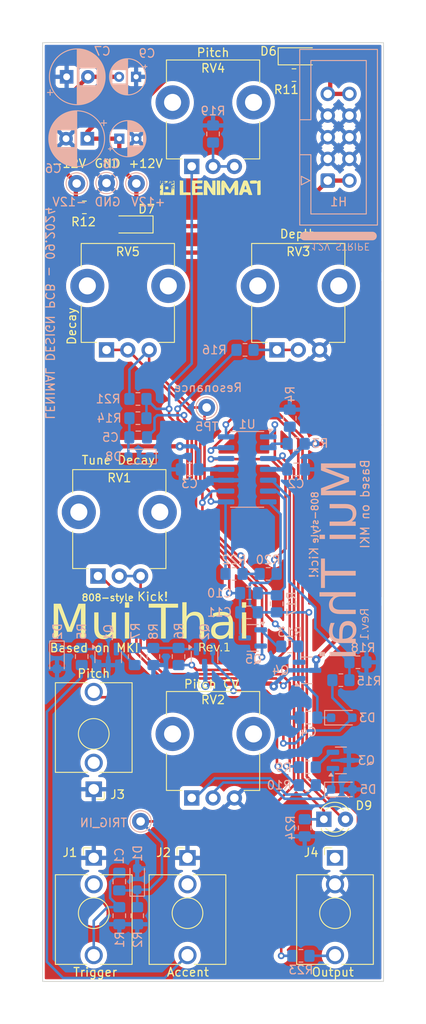
<source format=kicad_pcb>
(kicad_pcb (version 20240108) (generator "pcbnew") (generator_version "8.0")
  (layers (0 "F.Cu" signal) (31 "B.Cu" signal) (34 "B.Paste" user) (35 "F.Paste" user) (36 "B.SilkS" user "B.Silkscreen") (37 "F.SilkS" user "F.Silkscreen") (38 "B.Mask" user) (39 "F.Mask" user) (44 "Edge.Cuts" user))
  (net 0 "")
  (net 1 "+12V")
  (net 2 "GNDREF")
  (net 3 "-12V")
  (net 4 "Net-(D1-K)")
  (net 5 "Net-(D2-K)")
  (net 6 "Net-(C1-Pad1)")
  (net 7 "Net-(D3-K)")
  (net 8 "Net-(Q4-E)")
  (net 9 "Net-(D8-A)")
  (net 10 "Net-(U1D-+)")
  (net 11 "Net-(Q5-C)")
  (net 12 "Net-(D3-A)")
  (net 13 "Net-(D6-K)")
  (net 14 "Net-(D6-A)")
  (net 15 "Net-(D7-A)")
  (net 16 "Net-(D5-K)")
  (net 17 "Net-(D7-K)")
  (net 18 "Net-(D9-A)")
  (net 19 "Net-(D9-K)")
  (net 21 "Net-(J2-PadT)")
  (net 22 "Net-(J3-PadT)")
  (net 25 "Net-(J4-PadT)")
  (net 26 "Net-(Q1-E)")
  (net 27 "Net-(Q2-B)")
  (net 28 "Net-(Q3-E)")
  (net 29 "Net-(Q5-B)")
  (net 30 "Net-(Q5-E)")
  (net 31 "Net-(R6-Pad2)")
  (net 32 "Net-(R9-Pad2)")
  (net 33 "Net-(U1B-+)")
  (net 34 "Net-(R10-Pad1)")
  (net 35 "Net-(R16-Pad1)")
  (net 36 "Net-(R19-Pad2)")
  (net 37 "Net-(R21-Pad2)")
  (net 39 "Net-(U1C--)")
  (net 40 "Net-(U1A--)")
  (net 41 "Net-(U1B--)")
  (footprint "Synth:Jack_3.5mm_QingPu_WQP-PJ398SM_Vertical_CircularHoles" (layer "F.Cu") (at 84.31 152)
    (property "Reference" "J4")
    (property "Value" "OUTPUT")
  )
  (footprint "Diode_SMD:D_SOD-123" (layer "F.Cu") (at 60.6 71.3 180)
    (property "Reference" "D7")
    (property "Value" "1N5819")
  )
  (footprint "Synth:Potentiometer_TT_P0915N" (layer "F.Cu") (at 70 57)
    (property "Reference" "RV4")
    (property "Value" "B250K")
  )
  (footprint "Diode_SMD:D_SOD-123" (layer "F.Cu") (at 80 51.6)
    (property "Reference" "D6")
    (property "Value" "1N5819")
  )
  (footprint "Synth:Potentiometer_TT_P0915N" (layer "F.Cu") (at 59 105)
    (property "Reference" "RV1")
    (property "Value" "B100K")
  )
  (footprint "Synth:Jack_3.5mm_QingPu_WQP-PJ398SM_Vertical_CircularHoles" (layer "F.Cu") (at 56 152)
    (property "Reference" "J1")
    (property "Value" "INPUT")
  )
  (footprint "Synth:lenimal_logo_full" (layer "F.Cu") (at 69.75 67)
    (property "Reference" "G***" (hide yes))
    (property "Value" "LOGO" (hide yes))
  )
  (footprint "Synth:Jack_3.5mm_QingPu_WQP-PJ398SM_Vertical_CircularHoles" (layer "F.Cu") (at 56 131 180)
    (property "Reference" "J3")
    (property "Value" "INPUT")
  )
  (footprint "Synth:Potentiometer_TT_P0915N" (layer "F.Cu") (at 70 131)
    (property "Reference" "RV2")
    (property "Value" "B100K")
  )
  (footprint "Synth:Potentiometer_TT_P0915N" (layer "F.Cu") (at 80 78.5)
    (property "Reference" "RV3")
    (property "Value" "B10K")
  )
  (footprint "Synth:Jack_3.5mm_QingPu_WQP-PJ398SM_Vertical_CircularHoles" (layer "F.Cu") (at 67 152)
    (property "Reference" "J2")
    (property "Value" "INPUT")
  )
  (footprint "Resistor_SMD:R_0805_2012Metric_Pad1.20x1.40mm_HandSolder" (layer "F.Cu") (at 79.5 53.8 180)
    (property "Reference" "R11")
    (property "Value" "10R")
  )
  (footprint "Synth:LED_D3.0mm" (layer "F.Cu") (at 84.31 141)
    (property "Reference" "D9")
    (property "Value" "LED")
  )
  (footprint "Synth:Potentiometer_TT_P0915N" (layer "F.Cu") (at 60 78.5)
    (property "Reference" "RV5")
    (property "Value" "1M")
  )
  (footprint "Resistor_SMD:R_0805_2012Metric_Pad1.20x1.40mm_HandSolder" (layer "F.Cu") (at 54.9 69.3 180)
    (property "Reference" "R12")
    (property "Value" "10R")
  )
  (footprint "Capacitor_THT:CP_Radial_D4.0mm_P2.00mm" (layer "B.Cu") (at 59 61.25)
    (property "Reference" "C8")
    (property "Value" "0.1uF")
  )
  (footprint "Resistor_SMD:R_0805_2012Metric_Pad1.20x1.40mm_HandSolder" (layer "B.Cu") (at 76.4625 112.25 180)
    (property "Reference" "R20")
    (property "Value" "47K [1%]")
  )
  (footprint "Connector_Pin:Pin_D1.0mm_L10.0mm" (layer "B.Cu") (at 61 66.5 180)
    (property "Reference" "TP2" (hide yes))
    (property "Value" "+12V")
  )
  (footprint "Capacitor_THT:CP_Radial_D4.0mm_P2.00mm" (layer "B.Cu") (at 60.9726 54 180)
    (property "Reference" "C9")
    (property "Value" "0.1uF")
  )
  (footprint "Resistor_SMD:R_0805_2012Metric_Pad1.20x1.40mm_HandSolder" (layer "B.Cu") (at 77.4625 115.75 -90)
    (property "Reference" "R17")
    (property "Value" "1M")
  )
  (footprint "Resistor_SMD:R_0805_2012Metric_Pad1.20x1.40mm_HandSolder" (layer "B.Cu") (at 80.31 157)
    (property "Reference" "R23")
    (property "Value" "1K")
  )
  (footprint "Resistor_SMD:R_0805_2012Metric_Pad1.20x1.40mm_HandSolder" (layer "B.Cu") (at 79 120.75 180)
    (property "Reference" "R13")
    (property "Value" "100K")
  )
  (footprint "Resistor_SMD:R_0805_2012Metric_Pad1.20x1.40mm_HandSolder" (layer "B.Cu") (at 54.5875 121.93 -90)
    (property "Reference" "R5")
    (property "Value" "1K")
  )
  (footprint "Resistor_SMD:R_0805_2012Metric_Pad1.20x1.40mm_HandSolder" (layer "B.Cu") (at 87 122.6)
    (property "Reference" "R18")
    (property "Value" "14K")
  )
  (footprint "Diode_SMD:D_SOD-323_HandSoldering" (layer "B.Cu") (at 61.1 148 90)
    (property "Reference" "D1")
    (property "Value" "1N4148")
  )
  (footprint "Resistor_SMD:R_0805_2012Metric_Pad1.20x1.40mm_HandSolder" (layer "B.Cu") (at 72.4625 112.25 180)
    (property "Reference" "R22")
    (property "Value" "47K [1%]")
  )
  (footprint "Diode_SMD:D_SOD-323_HandSoldering" (layer "B.Cu") (at 51.6875 122.125 -90)
    (property "Reference" "D2")
    (property "Value" "1N4148")
  )
  (footprint "Capacitor_THT:CP_Radial_D6.3mm_P2.50mm" (layer "B.Cu") (at 55.25 61.25 180)
    (property "Reference" "C6")
    (property "Value" "47uF")
  )
  (footprint "Resistor_SMD:R_0805_2012Metric_Pad1.20x1.40mm_HandSolder" (layer "B.Cu") (at 80.75 142 -90)
    (property "Reference" "R24")
    (property "Value" "1K")
  )
  (footprint "Capacitor_SMD:C_0805_2012Metric_Pad1.18x1.45mm_HandSolder" (layer "B.Cu") (at 79.75 100)
    (property "Reference" "C2")
    (property "Value" "0.1uF")
  )
  (footprint "Connector_Pin:Pin_D1.0mm_L10.0mm" (layer "B.Cu") (at 61.5 141.25 180)
    (property "Reference" "TP1" (hide yes))
    (property "Value" "TRIG_IN")
  )
  (footprint "Capacitor_SMD:C_0805_2012Metric_Pad1.18x1.45mm_HandSolder" (layer "B.Cu") (at 81.2 129.085)
    (property "Reference" "C4")
    (property "Value" "220nF")
  )
  (footprint "Capacitor_SMD:C_0805_2012Metric_Pad1.18x1.45mm_HandSolder" (layer "B.Cu") (at 61.2125 96.25 180)
    (property "Reference" "C5")
    (property "Value" "5.6F")
  )
  (footprint "Resistor_SMD:R_0805_2012Metric_Pad1.20x1.40mm_HandSolder" (layer "B.Cu") (at 73.75 86 180)
    (property "Reference" "R16")
    (property "Value" "2K")
  )
  (footprint "Capacitor_SMD:C_0805_2012Metric_Pad1.18x1.45mm_HandSolder" (layer "B.Cu") (at 74.2125 116.75)
    (property "Reference" "C11")
    (property "Value" "33nF")
  )
  (footprint "Capacitor_SMD:C_0805_2012Metric_Pad1.18x1.45mm_HandSolder" (layer "B.Cu") (at 59 148.3 -90)
    (property "Reference" "C1")
    (property "Value" "10nF")
  )
  (footprint "Resistor_SMD:R_0805_2012Metric_Pad1.20x1.40mm_HandSolder" (layer "B.Cu") (at 81.0625 137 180)
    (property "Reference" "R10")
    (property "Value" "1K")
  )
  (footprint "Package_TO_SOT_SMD:SOT-23" (layer "B.Cu") (at 69 122 -90)
    (property "Reference" "Q2")
    (property "Value" "BC848")
  )
  (footprint "Resistor_SMD:R_0805_2012Metric_Pad1.20x1.40mm_HandSolder" (layer "B.Cu") (at 79.75 97)
    (property "Reference" "R3")
    (property "Value" "100K")
  )
  (footprint "Connector_Pin:Pin_D1.0mm_L10.0mm" (layer "B.Cu") (at 69.25 92.75 180)
    (property "Reference" "TP5")
    (property "Value" "RES")
  )
  (footprint "Diode_SMD:D_SOD-323_HandSoldering" (layer "B.Cu") (at 61.315 98.5 180)
    (property "Reference" "D8")
    (property "Value" "1N4148")
  )
  (footprint "Resistor_SMD:R_0805_2012Metric_Pad1.20x1.40mm_HandSolder" (layer "B.Cu") (at 79 94 -90)
    (property "Reference" "R4")
    (property "Value" "33K")
  )
  (footprint "Capacitor_SMD:C_0805_2012Metric_Pad1.18x1.45mm_HandSolder" (layer "B.Cu") (at 67.25 100)
    (property "Reference" "C3")
    (property "Value" "0.1uF")
  )
  (footprint "Resistor_SMD:R_0805_2012Metric_Pad1.20x1.40mm_HandSolder" (layer "B.Cu") (at 61.1825 94)
    (property "Reference" "R14")
    (property "Value" "1M")
  )
  (footprint "Connector_Pin:Pin_D1.0mm_L10.0mm" (layer "B.Cu") (at 57.5 66.45 180)
    (property "Reference" "TP3" (hide yes))
    (property "Value" "GND")
  )
  (footprint "Resistor_SMD:R_0805_2012Metric_Pad1.20x1.40mm_HandSolder" (layer "B.Cu") (at 85 124.7 180)
    (property "Reference" "R15")
    (property "Value" "100K")
  )
  (footprint "Package_TO_SOT_SMD:SOT-23" (layer "B.Cu") (at 57.7 122 -90)
    (property "Reference" "Q1")
    (property "Value" "BC858")
  )
  (footprint "Resistor_SMD:R_0805_2012Metric_Pad1.20x1.40mm_HandSolder" (layer "B.Cu") (at 63 121.93 90)
    (property "Reference" "R8")
    (property "Value" "120K")
  )
  (footprint "Connector_Pin:Pin_D1.0mm_L10.0mm" (layer "B.Cu") (at 54 66.5 180)
    (property "Reference" "TP4" (hide yes))
    (property "Value" "-12V")
  )
  (footprint "Capacitor_THT:CP_Radial_D6.3mm_P2.50mm" (layer "B.Cu") (at 52.817621 54)
    (property "Reference" "C7")
    (property "Value" "47uF")
  )
  (footprint "Resistor_SMD:R_0805_2012Metric_Pad1.20x1.40mm_HandSolder" (layer "B.Cu") (at 61.1 152.3 -90)
    (property "Reference" "R2")
    (property "Value" "39K")
  )
  (footprint "Package_TO_SOT_SMD:SOT-23" (layer "B.Cu") (at 85 134.1)
    (property "Reference" "Q3")
    (property "Value" "BC858")
  )
  (footprint "Package_TO_SOT_SMD:SOT-23" (layer "B.Cu") (at 81.025 123.55)
    (property "Reference" "Q4")
    (property "Value" "BC848")
  )
  (footprint "Resistor_SMD:R_0805_2012Metric_Pad1.20x1.40mm_HandSolder" (layer "B.Cu") (at 70 60.7 -90)
    (property "Reference" "R19")
    (property "Value" "10K")
  )
  (footprint "Capacitor_SMD:C_0805_2012Metric_Pad1.18x1.45mm_HandSolder" (layer "B.Cu") (at 74.2125 114.5 180)
    (property "Reference" "C10")
    (property "Value" "33nF")
  )
  (footprint "Resistor_SMD:R_0805_2012Metric_Pad1.20x1.40mm_HandSolder" (layer "B.Cu") (at 61.1825 91.75 180)
    (property "Reference" "R21")
    (property "Value" "470K")
  )
  (footprint "Diode_SMD:D_SOD-323_HandSoldering" (layer "B.Cu") (at 85.1 137.5)
    (property "Reference" "D5")
    (property "Value" "1N4148")
  )
  (footprint "Diode_SMD:D_SOD-323_HandSoldering" (layer "B.Cu") (at 85.1 129.1)
    (property "Reference" "D3")
    (property "Value" "1N4148")
  )
  (footprint "Resistor_SMD:R_0805_2012Metric_Pad1.20x1.40mm_HandSolder" (layer "B.Cu") (at 59 152.3 -90)
    (property "Reference" "R1")
    (property "Value" "100K")
  )
  (footprint "Package_SO:SO-14_3.9x8.65mm_P1.27mm" (layer "B.Cu") (at 74 100 180)
    (property "Reference" "U1")
    (property "Value" "TL074")
  )
  (footprint "Resistor_SMD:R_0805_2012Metric_Pad1.20x1.40mm_HandSolder" (layer "B.Cu") (at 65.95 121.93 -90)
    (property "Reference" "R6")
    (property "Value" "100K")
  )
  (footprint "Synth:IDC-Header_2x05_P2.54mm_Vertical" (layer "B.Cu") (at 83.46 66.16)
    (property "Reference" "H1")
    (property "Value" "Conn_02x05_PWR_Eurorack")
  )
  (footprint "Resistor_SMD:R_0805_2012Metric_Pad1.20x1.40mm_HandSolder" (layer "B.Cu") (at 60.8 121.93 -90)
    (property "Reference" "R7")
    (property "Value" "22K")
  )
  (footprint "Resistor_SMD:R_0805_2012Metric_Pad1.20x1.40mm_HandSolder" (layer "B.Cu") (at 81.0625 134.9 180)
    (property "Reference" "R9")
    (property "Value" "10K")
  )
  (footprint "Package_TO_SOT_SMD:SOT-23" (layer "B.Cu") (at 74.65 119.75 180)
    (property "Reference" "Q5")
    (property "Value" "BC848")
  )
  (gr_rect (start 50 50) (end 90 160) (stroke (width 0.1)) (fill none) (layer "Edge.Cuts"))
  (gr_text "Kick!" (at 82.420978 109 90) (layer "B.SilkS") (effects (font (size 1 1)) (justify left bottom mirror)))
  (gr_text "GND" (at 59.25 69.25 -0) (layer "B.SilkS") (effects (font (size 1 1)) (justify left bottom mirror)))
  (gr_text "Mui Thai" (at 87.420978 98.75 90) (layer "B.SilkS") (effects (font (size 4 4)) (justify left bottom mirror)))
  (gr_text "Based on MKI" (at 88.420978 98.75 90) (layer "B.SilkS") (effects (font (size 1 1)) (justify left bottom mirror)))
  (gr_text "LENIMAL DESIGN PCB - 09.2024" (at 50.25 94.25 270) (layer "B.SilkS") (effects (font (size 1 1)) (justify left bottom mirror)))
  (gr_text "-12V" (at 55.25 69.25 -0) (layer "B.SilkS") (effects (font (size 1 1)) (justify left bottom mirror)))
  (gr_text "Rev.1" (at 88.420978 116.25 90) (layer "B.SilkS") (effects (font (size 1 1)) (justify left bottom mirror)))
  (gr_text "808-style" (at 82.420978 102.5 90) (layer "B.SilkS") (effects (font (size 0.8 0.8)) (justify left bottom mirror)))
  (gr_text "+12V" (at 64.5 69.25 -0) (layer "B.SilkS") (effects (font (size 1 1)) (justify left bottom mirror)))
  (gr_text "Resonance" (at 73.5 91 -0) (layer "B.SilkS") (effects (font (size 1 1)) (justify left bottom mirror)))
  (gr_text "TRIG_IN" (at 60 142 0) (layer "B.SilkS") (effects (font (size 1 1)) (justify left bottom mirror)))
  (gr_text "Pitch" (at 68 51.75 0) (layer "F.SilkS") (effects (font (size 1 1)) (justify left bottom)))
  (gr_text "Decay" (at 54 85.5 90) (layer "F.SilkS") (effects (font (size 1 1)) (justify left bottom)))
  (gr_text "Based on MKI" (at 50.75 121.5 -0) (layer "F.SilkS") (effects (font (size 1 1)) (justify left bottom)))
  (gr_text "Accent" (at 64.5 159.5 0) (layer "F.SilkS") (effects (font (size 1 1)) (justify left bottom)))
  (gr_text "Depth" (at 77.75 73 0) (layer "F.SilkS") (effects (font (size 1 1)) (justify left bottom)))
  (gr_text "Pitch " (at 54 124.5 0) (layer "F.SilkS") (effects (font (size 1 1)) (justify left bottom)))
  (gr_text "Trigger" (at 53.5 159.5 0) (layer "F.SilkS") (effects (font (size 1 1)) (justify left bottom)))
  (gr_text "GND" (at 56 64.75 0) (layer "F.SilkS") (effects (font (size 1 1)) (justify left bottom)))
  (gr_text "-12V" (at 51 64.75 0) (layer "F.SilkS") (effects (font (size 1 1)) (justify left bottom)))
  (gr_text "Tune Decay" (at 54.5 99.5 0) (layer "F.SilkS") (effects (font (size 1 1)) (justify left bottom)))
  (gr_text "808-style" (at 54.5 115.5 -0) (layer "F.SilkS") (effects (font (size 0.8 0.8)) (justify left bottom)))
  (gr_text "+12V" (at 60 64.75 0) (layer "F.SilkS") (effects (font (size 1 1)) (justify left bottom)))
  (gr_text "Kick!" (at 61 115.5 -0) (layer "F.SilkS") (effects (font (size 1 1)) (justify left bottom)))
  (gr_text "Mui Thai" (at 50.75 120.5 -0) (layer "F.SilkS") (effects (font (size 4 4)) (justify left bottom)))
  (gr_text "Output" (at 81.5 159.5 0) (layer "F.SilkS") (effects (font (size 1 1)) (justify left bottom)))
  (gr_text "Pitch CV" (at 66.5 125.75 0) (layer "F.SilkS") (effects (font (size 1 1)) (justify left bottom)))
  (gr_text "Rev.1" (at 68.25 121.5 -0) (layer "F.SilkS") (effects (font (size 1 1)) (justify left bottom)))
  (segment (start 55.25 60.45) (end 55.25 61.25) (width 0.5) (layer "F.Cu") (net 1))
  (segment (start 89.5 78) (end 89.5 94.8) (width 0.5) (layer "F.Cu") (net 1))
  (segment (start 89.5 94.8) (end 87.3 97) (width 0.5) (layer "F.Cu") (net 1))
  (segment (start 61 66.5) (end 61 71.610828) (width 0.5) (layer "F.Cu") (net 1))
  (segment (start 69.35 125.1) (end 69.1 125.35) (width 0.5) (layer "F.Cu") (net 1))
  (segment (start 89.5 114.9) (end 82.1 122.3) (width 0.5) (layer "F.Cu") (net 1))
  (segment (start 77.121381 125.43146) (end 76.789921 125.1) (width 0.5) (layer "F.Cu") (net 1))
  (segment (start 59 61.25) (end 59 64.5) (width 0.5) (layer "F.Cu") (net 1))
  (segment (start 59.885176 58.9) (end 56.8 58.9) (width 0.5) (layer "F.Cu") (net 1))
  (segment (start 59 64.5) (end 61 66.5) (width 0.5) (layer "F.Cu") (net 1))
  (segment (start 76.789921 125.1) (end 69.35 125.1) (width 0.5) (layer "F.Cu") (net 1))
  (segment (start 61 71.610828) (end 63.989172 74.6) (width 0.5) (layer "F.Cu") (net 1))
  (segment (start 63.989172 74.6) (end 86.1 74.6) (width 0.5) (layer "F.Cu") (net 1))
  (segment (start 56.8 58.9) (end 55.25 60.45) (width 0.5) (layer "F.Cu") (net 1))
  (segment (start 87.3 97) (end 82 97) (width 0.5) (layer "F.Cu") (net 1))
  (segment (start 86.1 74.6) (end 89.5 78) (width 0.5) (layer "F.Cu") (net 1))
  (segment (start 64.985176 53.8) (end 59.885176 58.9) (width 0.5) (layer "F.Cu") (net 1))
  (segment (start 55.25 61.25) (end 59 61.25) (width 0.5) (layer "F.Cu") (net 1))
  (segment (start 89.5 94.8) (end 89.5 114.9) (width 0.5) (layer "F.Cu") (net 1))
  (segment (start 78.5 53.8) (end 64.985176 53.8) (width 0.5) (layer "F.Cu") (net 1))
  (via (at 82 97) (size 1) (drill 0.4) (layers "F.Cu" "B.Cu") (net 1))
  (via (at 77.121381 125.43146) (size 1) (drill 0.4) (layers "F.Cu" "B.Cu") (net 1))
  (via (at 82.1 122.3) (size 1) (drill 0.4) (layers "F.Cu" "B.Cu") (net 1))
  (via (at 69.1 125.35) (size 1) (drill 0.4) (layers "F.Cu" "B.Cu") (net 1))
  (segment (start 82.1 123.4125) (end 81.9625 123.55) (width 0.5) (layer "B.Cu") (net 1))
  (segment (start 69.1 123.0375) (end 69 122.9375) (width 0.5) (layer "B.Cu") (net 1))
  (segment (start 81.9625 123.55) (end 78.855914 123.55) (width 0.5) (layer "B.Cu") (net 1))
  (segment (start 78.7125 99.0375) (end 78.7125 100) (width 0.5) (layer "B.Cu") (net 1))
  (segment (start 80.75 97) (end 78.7125 99.0375) (width 0.5) (layer "B.Cu") (net 1))
  (segment (start 77.2 125.352841) (end 77.121381 125.43146) (width 0.5) (layer "B.Cu") (net 1))
  (segment (start 76.475 100) (end 78.7125 100) (width 0.5) (layer "B.Cu") (net 1))
  (segment (start 77.2 125.205914) (end 77.2 125.352841) (width 0.5) (layer "B.Cu") (net 1))
  (segment (start 82.1 122.3) (end 82.1 123.4125) (width 0.5) (layer "B.Cu") (net 1))
  (segment (start 78.855914 123.55) (end 77.2 125.205914) (width 0.5) (layer "B.Cu") (net 1))
  (segment (start 82 97) (end 80.75 97) (width 0.5) (layer "B.Cu") (net 1))
  (segment (start 69.1 125.35) (end 69.1 123.0375) (width 0.5) (layer "B.Cu") (net 1))
  (segment (start 50.6 72.6) (end 53.9 69.3) (width 0.5) (layer "F.Cu") (net 3))
  (segment (start 66.1 97.3) (end 53.9 97.3) (width 0.5) (layer "F.Cu") (net 3))
  (segment (start 50.6 94) (end 50.6 72.6) (width 0.5) (layer "F.Cu") (net 3))
  (segment (start 51 63.5) (end 51 58.317621) (width 0.5) (layer "F.Cu") (net 3))
  (segment (start 53.9 66.6) (end 54 66.5) (width 0.5) (layer "F.Cu") (net 3))
  (segment (start 54 66.5) (end 51 63.5) (width 0.5) (layer "F.Cu") (net 3))
  (segment (start 53.9 97.3) (end 50.6 94) (width 0.5) (layer "F.Cu") (net 3))
  (segment (start 53.9 69.3) (end 53.9 66.6) (width 0.5) (layer "F.Cu") (net 3))
  (segment (start 51 58.317621) (end 55.317621 54) (width 0.5) (layer "F.Cu") (net 3))
  (segment (start 55.317621 54) (end 58.9726 54) (width 0.5) (layer "F.Cu") (net 3))
  (via (at 66.1 97.3) (size 1) (drill 0.4) (layers "F.Cu" "B.Cu") (net 3))
  (segment (start 68.2875 97.7875) (end 68.2875 100) (width 0.5) (layer "B.Cu") (net 3))
  (segment (start 68.2875 100) (end 71.525 100) (width 0.5) (layer "B.Cu") (net 3))
  (segment (start 66.1 97.3) (end 67.8 97.3) (width 0.5) (layer "B.Cu") (net 3))
  (segment (start 67.8 97.3) (end 68.2875 97.7875) (width 0.5) (layer "B.Cu") (net 3))
  (segment (start 79.5 137) (end 75.25 141.25) (width 0.3) (layer "F.Cu") (net 4))
  (segment (start 78.148959 98.398959) (end 78.148959 98.666726) (width 0.3) (layer "F.Cu") (net 4))
  (segment (start 75.25 141.25) (end 61.5 141.25) (width 0.3) (layer "F.Cu") (net 4))
  (segment (start 78.148959 98.666726) (end 79.5 100.017767) (width 0.3) (layer "F.Cu") (net 4))
  (segment (start 79.5 100.017767) (end 79.5 137) (width 0.3) (layer "F.Cu") (net 4))
  (via (at 78.148959 98.398959) (size 0.8) (drill 0.4) (layers "F.Cu" "B.Cu") (net 4))
  (segment (start 64 143.75) (end 64 147.75) (width 0.3) (layer "B.Cu") (net 4))
  (segment (start 61.0125 149.3375) (end 61.1 149.25) (width 0.3) (layer "B.Cu") (net 4))
  (segment (start 59 149.3375) (end 61.0125 149.3375) (width 0.3) (layer "B.Cu") (net 4))
  (segment (start 61.1 151.3) (end 61.1 149.25) (width 0.3) (layer "B.Cu") (net 4))
  (segment (start 77.817918 98.73) (end 78.148959 98.398959) (width 0.3) (layer "B.Cu") (net 4))
  (segment (start 76.475 98.73) (end 77.817918 98.73) (width 0.3) (layer "B.Cu") (net 4))
  (segment (start 61.5 141.25) (end 64 143.75) (width 0.3) (layer "B.Cu") (net 4))
  (segment (start 64 147.75) (end 62.5 149.25) (width 0.3) (layer "B.Cu") (net 4))
  (segment (start 62.5 149.25) (end 61.1 149.25) (width 0.3) (layer "B.Cu") (net 4))
  (segment (start 56.75 121.0625) (end 54.72 121.0625) (width 0.3) (layer "B.Cu") (net 5))
  (segment (start 51.7425 120.93) (end 51.6875 120.875) (width 0.3) (layer "B.Cu") (net 5))
  (segment (start 54.5875 120.93) (end 51.7425 120.93) (width 0.3) (layer "B.Cu") (net 5))
  (segment (start 54.72 121.0625) (end 54.5875 120.93) (width 0.3) (layer "B.Cu") (net 5))
  (segment (start 56 152.9) (end 56 156.92) (width 0.3) (layer "B.Cu") (net 6))
  (segment (start 57.6 151.3) (end 56 152.9) (width 0.3) (layer "B.Cu") (net 6))
  (segment (start 59 151.3) (end 57.6 151.3) (width 0.3) (layer "B.Cu") (net 6))
  (segment (start 57.925 148.3375) (end 57.925 150.225) (width 0.3) (layer "B.Cu") (net 6))
  (segment (start 59 147.2625) (end 57.925 148.3375) (width 0.3) (layer "B.Cu") (net 6))
  (segment (start 57.925 150.225) (end 59 151.3) (width 0.3) (layer "B.Cu") (net 6))
  (segment (start 61 121.5) (end 61 116.7) (width 0.3) (layer "F.Cu") (net 7))
  (segment (start 77.392004 124.5) (end 64 124.5) (width 0.3) (layer "F.Cu") (net 7))
  (segment (start 78.25 125.357996) (end 77.392004 124.5) (width 0.3) (layer "F.Cu") (net 7))
  (segment (start 61 116.7) (end 56.8 112.5) (width 0.3) (layer "F.Cu") (net 7))
  (segment (start 64 124.5) (end 61 121.5) (width 0.3) (layer "F.Cu") (net 7))
  (segment (start 56.8 112.5) (end 56.5 112.5) (width 0.3) (layer "F.Cu") (net 7))
  (via (at 78.25 125.357996) (size 0.8) (drill 0.4) (layers "F.Cu" "B.Cu") (net 7))
  (segment (start 79.107996 124.5) (end 80.0875 124.5) (width 0.3) (layer "B.Cu") (net 7))
  (segment (start 82.2525 129.1) (end 82.2375 129.085) (width 0.3) (layer "B.Cu") (net 7))
  (segment (start 78.25 125.357996) (end 79.107996 124.5) (width 0.3) (layer "B.Cu") (net 7))
  (segment (start 80.0875 124.5) (end 82.2375 126.65) (width 0.3) (layer "B.Cu") (net 7))
  (segment (start 82.2375 126.65) (end 82.2375 129.085) (width 0.3) (layer "B.Cu") (net 7))
  (segment (start 83.85 129.1) (end 82.2525 129.1) (width 0.3) (layer "B.Cu") (net 7))
  (segment (start 68 105.926598) (end 68 95.542894) (width 0.3) (layer "F.Cu") (net 8))
  (segment (start 66.594669 94.137563) (end 66.594669 93.655331) (width 0.3) (layer "F.Cu") (net 8))
  (segment (start 76.25 117.05) (end 76.25 114.176598) (width 0.3) (layer "F.Cu") (net 8))
  (segment (start 76.25 114.176598) (end 68 105.926598) (width 0.3) (layer "F.Cu") (net 8))
  (segment (start 77.3 118.1) (end 76.25 117.05) (width 0.3) (layer "F.Cu") (net 8))
  (segment (start 68 95.542894) (end 66.594669 94.137563) (width 0.3) (layer "F.Cu") (net 8))
  (via (at 77.3 118.1) (size 0.8) (drill 0.4) (layers "F.Cu" "B.Cu") (net 8))
  (via (at 66.594669 93.655331) (size 0.8) (drill 0.4) (layers "F.Cu" "B.Cu") (net 8))
  (segment (start 63.1325 95.3675) (end 62.25 96.25) (width 0.3) (layer "B.Cu") (net 8))
  (segment (start 63.444669 93.655331) (end 63.1325 93.9675) (width 0.3) (layer "B.Cu") (net 8))
  (segment (start 77.3 118.1) (end 77.35 118.1) (width 0.3) (layer "B.Cu") (net 8))
  (segment (start 66.594669 93.655331) (end 63.444669 93.655331) (width 0.3) (layer "B.Cu") (net 8))
  (segment (start 63.1325 93.9675) (end 63.1325 95.3675) (width 0.3) (layer "B.Cu") (net 8))
  (segment (start 80.0875 122.6) (end 80.0875 120.8375) (width 0.3) (layer "B.Cu") (net 8))
  (segment (start 77.35 118.1) (end 80 120.75) (width 0.3) (layer "B.Cu") (net 8))
  (segment (start 80.0875 120.8375) (end 80 120.75) (width 0.3) (layer "B.Cu") (net 8))
  (segment (start 60.065 98.5) (end 60.065 96.36) (width 0.3) (layer "B.Cu") (net 9))
  (segment (start 60.065 96.36) (end 60.175 96.25) (width 0.3) (layer "B.Cu") (net 9))
  (segment (start 60.175 94.0075) (end 60.1825 94) (width 0.3) (layer "B.Cu") (net 9))
  (segment (start 60.175 96.25) (end 60.175 94.0075) (width 0.3) (layer "B.Cu") (net 9))
  (segment (start 81 135.992894) (end 81 117) (width 0.3) (layer "F.Cu") (net 10))
  (segment (start 78 157) (end 78 155.973022) (width 0.3) (layer "F.Cu") (net 10))
  (segment (start 83.607106 138.6) (end 81 135.992894) (width 0.3) (layer "F.Cu") (net 10))
  (segment (start 78.5 100.517767) (end 78.5 109.3) (width 0.3) (layer "F.Cu") (net 10))
  (segment (start 78.5 109.3) (end 77.2 110.6) (width 0.3) (layer "F.Cu") (net 10))
  (segment (start 85.2 138.6) (end 83.607106 138.6) (width 0.3) (layer "F.Cu") (net 10))
  (segment (start 76.782233 98.8) (end 78.5 100.517767) (width 0.3) (layer "F.Cu") (net 10))
  (segment (start 87 153.5) (end 87 140.4) (width 0.3) (layer "F.Cu") (net 10))
  (segment (start 78 155.973022) (end 78.973022 155) (width 0.3) (layer "F.Cu") (net 10))
  (segment (start 85.5 155) (end 87 153.5) (width 0.3) (layer "F.Cu") (net 10))
  (segment (start 78.973022 155) (end 85.5 155) (width 0.3) (layer "F.Cu") (net 10))
  (segment (start 87 140.4) (end 85.2 138.6) (width 0.3) (layer "F.Cu") (net 10))
  (segment (start 69.75 98.8) (end 76.782233 98.8) (width 0.3) (layer "F.Cu") (net 10))
  (segment (start 81 117) (end 81.25 116.75) (width 0.3) (layer "F.Cu") (net 10))
  (via (at 81.25 116.75) (size 0.8) (drill 0.4) (layers "F.Cu" "B.Cu") (net 10))
  (via (at 78 157) (size 0.8) (drill 0.4) (layers "F.Cu" "B.Cu") (net 10))
  (via (at 77.2 110.6) (size 0.8) (drill 0.4) (layers "F.Cu" "B.Cu") (net 10))
  (via (at 69.75 98.8) (size 0.8) (drill 0.4) (layers "F.Cu" "B.Cu") (net 10))
  (segment (start 74.45 113.3) (end 76.4125 113.3) (width 0.3) (layer "B.Cu") (net 10))
  (segment (start 77.4625 116.75) (end 81.25 116.75) (width 0.3) (layer "B.Cu") (net 10))
  (segment (start 76.4125 113.3) (end 77.4625 112.25) (width 0.3) (layer "B.Cu") (net 10))
  (segment (start 77.9125 105.2475) (end 76.475 103.81) (width 0.3) (layer "B.Cu") (net 10))
  (segment (start 74.3125 113.4375) (end 74.45 113.3) (width 0.3) (layer "B.Cu") (net 10))
  (segment (start 77.9125 111.8) (end 77.9125 105.2475) (width 0.3) (layer "B.Cu") (net 10))
  (segment (start 69.82 98.73) (end 71.525 98.73) (width 0.3) (layer "B.Cu") (net 10))
  (segment (start 75.25 116.75) (end 74.3125 115.8125) (width 0.3) (layer "B.Cu") (net 10))
  (segment (start 78 157) (end 79.31 157) (width 0.3) (layer "B.Cu") (net 10))
  (segment (start 77.2 110.6) (end 77.2 111.9875) (width 0.3) (layer "B.Cu") (net 10))
  (segment (start 77.2 111.9875) (end 77.4625 112.25) (width 0.3) (layer "B.Cu") (net 10))
  (segment (start 77.4625 112.25) (end 77.9125 111.8) (width 0.3) (layer "B.Cu") (net 10))
  (segment (start 69.75 98.8) (end 69.82 98.73) (width 0.3) (layer "B.Cu") (net 10))
  (segment (start 77.4625 116.75) (end 75.25 116.75) (width 0.3) (layer "B.Cu") (net 10))
  (segment (start 74.3125 115.8125) (end 74.3125 113.4375) (width 0.3) (layer "B.Cu") (net 10))
  (segment (start 64.844666 93.801772) (end 67 95.957106) (width 0.3) (layer "F.Cu") (net 11))
  (segment (start 67.292894 106.633705) (end 71.9 111.240811) (width 0.3) (layer "F.Cu") (net 11))
  (segment (start 67.292893 106.633705) (end 67.292894 106.633705) (width 0.3) (layer "F.Cu") (net 11))
  (segment (start 67 106.340812) (end 67.292893 106.633705) (width 0.3) (layer "F.Cu") (net 11))
  (segment (start 71.9 111.240811) (end 71.9 114.5) (width 0.3) (layer "F.Cu") (net 11))
  (segment (start 64.844666 92.905331) (end 64.844666 93.801772) (width 0.3) (layer "F.Cu") (net 11))
  (segment (start 67 95.957106) (end 67 106.340812) (width 0.3) (layer "F.Cu") (net 11))
  (via (at 64.844666 92.905331) (size 0.8) (drill 0.4) (layers "F.Cu" "B.Cu") (net 11))
  (via (at 71.9 114.5) (size 0.8) (drill 0.4) (layers "F.Cu" "B.Cu") (net 11))
  (segment (start 73.175 119.2125) (end 73.175 116.75) (width 0.3) (layer "B.Cu") (net 11))
  (segment (start 73.175 116.75) (end 73.175 114.5) (width 0.3) (layer "B.Cu") (net 11))
  (segment (start 63.337831 92.905331) (end 62.1825 91.75) (width 0.3) (layer "B.Cu") (net 11))
  (segment (start 64.844666 92.905331) (end 64.844666 90.255334) (width 0.3) (layer "B.Cu") (net 11))
  (segment (start 73.7125 119.75) (end 73.175 119.2125) (width 0.3) (layer "B.Cu") (net 11))
  (segment (start 67.5 87.6) (end 67.5 64.5) (width 0.3) (layer "B.Cu") (net 11))
  (segment (start 64.844666 90.255334) (end 67.5 87.6) (width 0.3) (layer "B.Cu") (net 11))
  (segment (start 73.175 114.5) (end 71.9 114.5) (width 0.3) (layer "B.Cu") (net 11))
  (segment (start 64.844666 92.905331) (end 63.337831 92.905331) (width 0.3) (layer "B.Cu") (net 11))
  (segment (start 62.1825 91.75) (end 62.1825 94) (width 0.3) (layer "B.Cu") (net 11))
  (segment (start 78.25 132.1) (end 78.25 127.95) (width 0.3) (layer "F.Cu") (net 12))
  (segment (start 76.25 125.95) (end 72.4 125.95) (width 0.3) (layer "F.Cu") (net 12))
  (segment (start 78.25 127.95) (end 76.25 125.95) (width 0.3) (layer "F.Cu") (net 12))
  (via (at 72.4 125.95) (size 0.8) (drill 0.4) (layers "F.Cu" "B.Cu") (net 12))
  (via (at 78.25 132.1) (size 0.8) (drill 0.4) (layers "F.Cu" "B.Cu") (net 12))
  (segment (start 69.95 122.55) (end 69.95 121.0625) (width 0.3) (layer "B.Cu") (net 12))
  (segment (start 84 126.75) (end 86.35 129.1) (width 0.3) (layer "B.Cu") (net 12))
  (segment (start 81.15 130.6) (end 84.85 130.6) (width 0.3) (layer "B.Cu") (net 12))
  (segment (start 79.65 132.1) (end 81.15 130.6) (width 0.3) (layer "B.Cu") (net 12))
  (segment (start 84.85 130.6) (end 86.35 129.1) (width 0.3) (layer "B.Cu") (net 12))
  (segment (start 78.25 132.1) (end 79.65 132.1) (width 0.3) (layer "B.Cu") (net 12))
  (segment (start 84 124.7) (end 84 126.75) (width 0.3) (layer "B.Cu") (net 12))
  (segment (start 72.4 125.95) (end 72.4 125) (width 0.3) (layer "B.Cu") (net 12))
  (segment (start 72.4 125) (end 69.95 122.55) (width 0.3) (layer "B.Cu") (net 12))
  (segment (start 78.35 51.65) (end 80.5 53.8) (width 0.5) (layer "F.Cu") (net 13))
  (segment (start 78.35 51.6) (end 78.35 51.65) (width 0.5) (layer "F.Cu") (net 13))
  (segment (start 83.75 55.71) (end 83.46 56) (width 0.5) (layer "F.Cu") (net 14))
  (segment (start 83.46 56) (end 86 56) (width 0.5) (layer "F.Cu") (net 14))
  (segment (start 81.65 51.6) (end 83.75 53.7) (width 0.5) (layer "F.Cu") (net 14))
  (segment (start 83.75 53.7) (end 83.75 55.71) (width 0.5) (layer "F.Cu") (net 14))
  (segment (start 56.95 69.3) (end 58.95 71.3) (width 0.5) (layer "F.Cu") (net 15))
  (segment (start 55.9 69.3) (end 56.95 69.3) (width 0.5) (layer "F.Cu") (net 15))
  (segment (start 71.2 136.7) (end 76.492894 136.7) (width 0.3) (layer "B.Cu") (net 16))
  (segment (start 82.75 138.6) (end 83.85 137.5) (width 0.3) (layer "B.Cu") (net 16))
  (segment (start 70 137.9) (end 71.2 136.7) (width 0.3) (layer "B.Cu") (net 16))
  (segment (start 84.0625 137.2875) (end 83.85 137.5) (width 0.3) (layer "B.Cu") (net 16))
  (segment (start 84.0625 135.05) (end 84.0625 137.2875) (width 0.3) (layer "B.Cu") (net 16))
  (segment (start 70 138.5) (end 70 137.9) (width 0.3) (layer "B.Cu") (net 16))
  (segment (start 78.392894 138.6) (end 82.75 138.6) (width 0.3) (layer "B.Cu") (net 16))
  (segment (start 76.492894 136.7) (end 78.392894 138.6) (width 0.3) (layer "B.Cu") (net 16))
  (segment (start 62.25 71.3) (end 62.45 71.5) (width 0.5) (layer "F.Cu") (net 17))
  (segment (start 83.46 66.16) (end 86 66.16) (width 0.5) (layer "F.Cu") (net 17))
  (segment (start 62.45 71.5) (end 78.12 71.5) (width 0.5) (layer "F.Cu") (net 17))
  (segment (start 78.12 71.5) (end 83.46 66.16) (width 0.5) (layer "F.Cu") (net 17))
  (segment (start 85.3 141) (end 85.54 141) (width 0.3) (layer "F.Cu") (net 18))
  (segment (start 71.5 94.75) (end 72.75 93.5) (width 0.3) (layer "F.Cu") (net 18))
  (segment (start 77.767768 93.5) (end 80.5 96.232232) (width 0.3) (layer "F.Cu") (net 18))
  (segment (start 80.5 96.232232) (end 80.5 136.2) (width 0.3) (layer "F.Cu") (net 18))
  (segment (start 80.5 136.2) (end 85.3 141) (width 0.3) (layer "F.Cu") (net 18))
  (segment (start 72.75 93.5) (end 77.767768 93.5) (width 0.3) (layer "F.Cu") (net 18))
  (via (at 71.5 94.75) (size 0.8) (drill 0.4) (layers "F.Cu" "B.Cu") (net 18))
  (segment (start 71.525 94.775) (end 71.5 94.75) (width 0.3) (layer "B.Cu") (net 18))
  (segment (start 71.525 96.19) (end 71.525 94.775) (width 0.3) (layer "B.Cu") (net 18))
  (segment (start 80 96.439339) (end 80 137) (width 0.3) (layer "F.Cu") (net 19))
  (segment (start 69.75 97.75) (end 73.5 94) (width 0.3) (layer "F.Cu") (net 19))
  (segment (start 77.560661 94) (end 80 96.439339) (width 0.3) (layer "F.Cu") (net 19))
  (segment (start 73.5 94) (end 77.560661 94) (width 0.3) (layer "F.Cu") (net 19))
  (segment (start 80 137) (end 83 140) (width 0.3) (layer "F.Cu") (net 19))
  (segment (start 83 140) (end 83 141) (width 0.3) (layer "F.Cu") (net 19))
  (segment (start 69.75 97.799997) (end 69.75 97.75) (width 0.3) (layer "F.Cu") (net 19))
  (via (at 69.75 97.799997) (size 0.8) (drill 0.4) (layers "F.Cu" "B.Cu") (net 19))
  (segment (start 80.75 141) (end 83 141) (width 0.3) (layer "B.Cu") (net 19))
  (segment (start 69.75 97.799997) (end 70.089997 97.46) (width 0.3) (layer "B.Cu") (net 19))
  (segment (start 70.089997 97.46) (end 71.525 97.46) (width 0.3) (layer "B.Cu") (net 19))
  (segment (start 50.5 157.7) (end 50.5 128.4) (width 0.3) (layer "B.Cu") (net 21))
  (segment (start 67 156.92) (end 64.32 159.6) (width 0.3) (layer "B.Cu") (net 21))
  (segment (start 52.4 159.6) (end 50.5 157.7) (width 0.3) (layer "B.Cu") (net 21))
  (segment (start 54.5875 124.3125) (end 54.5875 122.93) (width 0.3) (layer "B.Cu") (net 21))
  (segment (start 64.32 159.6) (end 52.4 159.6) (width 0.3) (layer "B.Cu") (net 21))
  (segment (start 50.5 128.4) (end 54.5875 124.3125) (width 0.3) (layer "B.Cu") (net 21))
  (segment (start 76.292894 126.7) (end 56.62 126.7) (width 0.3) (layer "F.Cu") (net 22))
  (segment (start 77.5 127.907106) (end 76.292894 126.7) (width 0.3) (layer "F.Cu") (net 22))
  (segment (start 56.62 126.7) (end 56 126.08) (width 0.3) (layer "F.Cu") (net 22))
  (segment (start 77.599997 134.8) (end 77.5 134.700003) (width 0.3) (layer "F.Cu") (net 22))
  (segment (start 77.5 134.700003) (end 77.5 127.907106) (width 0.3) (layer "F.Cu") (net 22))
  (via (at 77.599997 134.8) (size 0.8) (drill 0.4) (layers "F.Cu" "B.Cu") (net 22))
  (segment (start 77.599997 134.8) (end 77.85 135.050003) (width 0.3) (layer "B.Cu") (net 22))
  (segment (start 77.85 135.110661) (end 79.739339 137) (width 0.3) (layer "B.Cu") (net 22))
  (segment (start 79.739339 137) (end 80.0625 137) (width 0.3) (layer "B.Cu") (net 22))
  (segment (start 77.85 135.050003) (end 77.85 135.110661) (width 0.3) (layer "B.Cu") (net 22))
  (segment (start 81.31 157) (end 84.23 157) (width 0.3) (layer "B.Cu") (net 25))
  (segment (start 84.23 157) (end 84.31 156.92) (width 0.3) (layer "B.Cu") (net 25))
  (segment (start 58.9325 121.0625) (end 60.8 122.93) (width 0.3) (layer "B.Cu") (net 26))
  (segment (start 58.65 121.0625) (end 58.9325 121.0625) (width 0.3) (layer "B.Cu") (net 26))
  (segment (start 66.0825 121.0625) (end 65.95 120.93) (width 0.3) (layer "B.Cu") (net 27))
  (segment (start 65.95 120.93) (end 63 120.93) (width 0.3) (layer "B.Cu") (net 27))
  (segment (start 68.05 121.0625) (end 66.0825 121.0625) (width 0.3) (layer "B.Cu") (net 27))
  (segment (start 60.8 120.93) (end 63 120.93) (width 0.3) (layer "B.Cu") (net 27))
  (segment (start 83.8125 133.15) (end 82.0625 134.9) (width 0.3) (layer "B.Cu") (net 28))
  (segment (start 84.0625 133.15) (end 83.8125 133.15) (width 0.3) (layer "B.Cu") (net 28))
  (segment (start 78 120.75) (end 77.5375 120.75) (width 0.3) (layer "B.Cu") (net 29))
  (segment (start 77.5375 120.75) (end 75.5875 118.8) (width 0.3) (layer "B.Cu") (net 29))
  (segment (start 67.5 95.75) (end 67.5 106.133705) (width 0.3) (layer "F.Cu") (net 30))
  (segment (start 65.844669 92.905331) (end 65.844669 94.094669) (width 0.3) (layer "F.Cu") (net 30))
  (segment (start 67.5 106.133705) (end 75.75 114.383705) (width 0.3) (layer "F.Cu") (net 30))
  (segment (start 75.75 114.383705) (end 75.75 122) (width 0.3) (layer "F.Cu") (net 30))
  (segment (start 65.844669 94.094669) (end 67.5 95.75) (width 0.3) (layer "F.Cu") (net 30))
  (via (at 75.75 122) (size 0.8) (drill 0.4) (layers "F.Cu" "B.Cu") (net 30))
  (via (at 65.844669 92.905331) (size 0.8) (drill 0.4) (layers "F.Cu" "B.Cu") (net 30))
  (segment (start 75.75 120.8625) (end 75.5875 120.7) (width 0.3) (layer "B.Cu") (net 30))
  (segment (start 75.75 122) (end 75.75 120.8625) (width 0.3) (layer "B.Cu") (net 30))
  (segment (start 65.844669 92.905331) (end 72.75 86) (width 0.3) (layer "B.Cu") (net 30))
  (segment (start 68.07 123.5) (end 76.25 123.5) (width 0.3) (layer "F.Cu") (net 31))
  (segment (start 77.25 98.560661) (end 77.25 94.75) (width 0.3) (layer "F.Cu") (net 31))
  (segment (start 76.25 123.5) (end 79 120.75) (width 0.3) (layer "F.Cu") (net 31))
  (segment (start 67.5 122.93) (end 68.07 123.5) (width 0.3) (layer "F.Cu") (net 31))
  (segment (start 79 120.75) (end 79 100.310661) (width 0.3) (layer "F.Cu") (net 31))
  (segment (start 79 100.310661) (end 77.25 98.560661) (width 0.3) (layer "F.Cu") (net 31))
  (via (at 67.5 122.93) (size 0.8) (drill 0.4) (layers "F.Cu" "B.Cu") (net 31))
  (via (at 77.25 94.75) (size 0.8) (drill 0.4) (layers "F.Cu" "B.Cu") (net 31))
  (segment (start 77.25 94.75) (end 77.25 95.415) (width 0.3) (layer "B.Cu") (net 31))
  (segment (start 77.25 95.415) (end 76.475 96.19) (width 0.3) (layer "B.Cu") (net 31))
  (segment (start 67.5 122.93) (end 65.95 122.93) (width 0.3) (layer "B.Cu") (net 31))
  (segment (start 79 134.4) (end 79 125) (width 0.3) (layer "F.Cu") (net 32))
  (segment (start 61.5 121.292894) (end 61.5 112.5) (width 0.3) (layer "F.Cu") (net 32))
  (segment (start 78 124) (end 64.207106 124) (width 0.3) (layer "F.Cu") (net 32))
  (segment (start 78.6 134.8) (end 79 134.4) (width 0.3) (layer "F.Cu") (net 32))
  (segment (start 79 125) (end 78 124) (width 0.3) (layer "F.Cu") (net 32))
  (segment (start 64.207106 124) (end 61.5 121.292894) (width 0.3) (layer "F.Cu") (net 32))
  (via (at 78.6 134.8) (size 0.8) (drill 0.4) (layers "F.Cu" "B.Cu") (net 32))
  (segment (start 79.9625 134.8) (end 80.0625 134.9) (width 0.3) (layer "B.Cu") (net 32))
  (segment (start 78.6 134.8) (end 79.9625 134.8) (width 0.3) (layer "B.Cu") (net 32))
  (segment (start 59 112.5) (end 61.5 112.5) (width 0.3) (layer "B.Cu") (net 32))
  (segment (start 78.9125 113.1125) (end 78.9125 103.291238) (width 0.3) (layer "B.Cu") (net 33))
  (segment (start 82 118.6) (end 82 116.2) (width 0.3) (layer "B.Cu") (net 33))
  (segment (start 86 122.6) (end 82 118.6) (width 0.3) (layer "B.Cu") (net 33))
  (segment (start 82 116.2) (end 78.9125 113.1125) (width 0.3) (layer "B.Cu") (net 33))
  (segment (start 76.891262 101.27) (end 76.475 101.27) (width 0.3) (layer "B.Cu") (net 33))
  (segment (start 78.9125 103.291238) (end 76.891262 101.27) (width 0.3) (layer "B.Cu") (net 33))
  (segment (start 86 124.7) (end 86 122.6) (width 0.3) (layer "B.Cu") (net 33))
  (segment (start 76.7 136.2) (end 70.2 136.2) (width 0.3) (layer "B.Cu") (net 34))
  (segment (start 82.0625 137) (end 80.9625 138.1) (width 0.3) (layer "B.Cu") (net 34))
  (segment (start 78.6 138.1) (end 76.7 136.2) (width 0.3) (layer "B.Cu") (net 34))
  (segment (start 70.2 136.2) (end 67.9 138.5) (width 0.3) (layer "B.Cu") (net 34))
  (segment (start 80.9625 138.1) (end 78.6 138.1) (width 0.3) (layer "B.Cu") (net 34))
  (segment (start 67.9 138.5) (end 67.5 138.5) (width 0.3) (layer "B.Cu") (net 34))
  (segment (start 77.5 86) (end 80 86) (width 0.3) (layer "F.Cu") (net 35))
  (segment (start 74.75 86) (end 77.5 86) (width 0.3) (layer "B.Cu") (net 35))
  (segment (start 70 64.5) (end 72.5 64.5) (width 0.3) (layer "B.Cu") (net 36))
  (segment (start 70 61.75) (end 70 64.5) (width 0.3) (layer "B.Cu") (net 36))
  (segment (start 69 93) (end 69.25 92.75) (width 0.3) (layer "F.Cu") (net 37))
  (segment (start 67.457106 92.75) (end 62.5 87.792894) (width 0.3) (layer "F.Cu") (net 37))
  (segment (start 69.25 92.75) (end 67.457106 92.75) (width 0.3) (layer "F.Cu") (net 37))
  (segment (start 69 102) (end 69 93) (width 0.3) (layer "F.Cu") (net 37))
  (segment (start 62.5 87.792894) (end 62.5 86) (width 0.3) (layer "F.Cu") (net 37))
  (segment (start 69.75 103.75) (end 69.75 102.75) (width 0.3) (layer "F.Cu") (net 37))
  (segment (start 69.75 102.75) (end 69 102) (width 0.3) (layer "F.Cu") (net 37))
  (via (at 69.75 103.75) (size 0.8) (drill 0.4) (layers "F.Cu" "B.Cu") (net 37))
  (segment (start 60.1825 88.3175) (end 62.5 86) (width 0.3) (layer "B.Cu") (net 37))
  (segment (start 60.1825 91.75) (end 60.1825 88.3175) (width 0.3) (layer "B.Cu") (net 37))
  (segment (start 71.525 103.81) (end 69.81 103.81) (width 0.3) (layer "B.Cu") (net 37))
  (segment (start 71.4625 112.25) (end 71.4625 103.8725) (width 0.3) (layer "B.Cu") (net 37))
  (segment (start 69.81 103.81) (end 69.75 103.75) (width 0.3) (layer "B.Cu") (net 37))
  (segment (start 71.4625 103.8725) (end 71.525 103.81) (width 0.3) (layer "B.Cu") (net 37))
  (segment (start 68.75 105.969492) (end 68.75 103.9) (width 0.3) (layer "F.Cu") (net 39))
  (segment (start 60 86) (end 57.5 86) (width 0.3) (layer "F.Cu") (net 39))
  (segment (start 68.5 102.207107) (end 68.5 94.5) (width 0.3) (layer "F.Cu") (net 39))
  (segment (start 73.240254 110.10619) (end 72.886698 110.10619) (width 0.3) (layer "F.Cu") (net 39))
  (segment (start 72.886698 110.10619) (end 68.75 105.969492) (width 0.3) (layer "F.Cu") (net 39))
  (segment (start 68.5 94.5) (end 60 86) (width 0.3) (layer "F.Cu") (net 39))
  (segment (start 68.75 103.9) (end 68.75 102.457107) (width 0.3) (layer "F.Cu") (net 39))
  (segment (start 68.75 102.457107) (end 68.5 102.207107) (width 0.3) (layer "F.Cu") (net 39))
  (via (at 73.240254 110.10619) (size 0.8) (drill 0.4) (layers "F.Cu" "B.Cu") (net 39))
  (via (at 68.75 103.9) (size 0.8) (drill 0.4) (layers "F.Cu" "B.Cu") (net 39))
  (segment (start 69.899339 102.54) (end 71.525 102.54) (width 0.3) (layer "B.Cu") (net 39))
  (segment (start 73.240254 110.10619) (end 73.4625 110.328436) (width 0.3) (layer "B.Cu") (net 39))
  (segment (start 75.4625 112.25) (end 73.4625 112.25) (width 0.3) (layer "B.Cu") (net 39))
  (segment (start 68.75 103.9) (end 68.75 103.689339) (width 0.3) (layer "B.Cu") (net 39))
  (segment (start 68.75 103.689339) (end 69.899339 102.54) (width 0.3) (layer "B.Cu") (net 39))
  (segment (start 73.4625 110.328436) (end 73.4625 112.25) (width 0.3) (layer "B.Cu") (net 39))
  (segment (start 78.75 97) (end 76.935 97) (width 0.3) (layer "B.Cu") (net 40))
  (segment (start 76.935 97) (end 76.475 97.46) (width 0.3) (layer "B.Cu") (net 40))
  (segment (start 79 95) (end 79 96.75) (width 0.3) (layer "B.Cu") (net 40))
  (segment (start 79 96.75) (end 78.75 97) (width 0.3) (layer "B.Cu") (net 40))
  (segment (start 77.4625 114.75) (end 78.4125 113.8) (width 0.3) (layer "B.Cu") (net 41))
  (segment (start 78.4125 113.8) (end 78.4125 103.502501) (width 0.3) (layer "B.Cu") (net 41))
  (segment (start 78.4125 103.502501) (end 77.449999 102.54) (width 0.3) (layer "B.Cu") (net 41))
  (segment (start 77.449999 102.54) (end 76.475 102.54) (width 0.3) (layer "B.Cu") (net 41))
  (segment (start 75.25 114.5) (end 77.2125 114.5) (width 0.3) (layer "B.Cu") (net 41))
  (segment (start 77.2125 114.5) (end 77.4625 114.75) (width 0.3) (layer "B.Cu") (net 41))
  (zone (net 0) (net_name "") (layer "F.Cu") (priority 1) (connect_pads (clearance 0.5)) (min_thickness 0.25) (fill yes (thermal_gap 0.5) (thermal_bridge_width 0.5) (island_removal_mode 1) (island_area_min 10))
    (polygon (pts (xy 45 45) (xy 95 45) (xy 95 165) (xy 45 165)))
  )
  (zone (net 2) (net_name "GNDREF") (layer "B.Cu") (connect_pads (clearance 0.5)) (min_thickness 0.25) (fill yes (thermal_gap 0.5) (thermal_bridge_width 0.5))
    (polygon (pts (xy 45 45) (xy 95 45) (xy 95 165) (xy 45 165)))
  )
)
</source>
